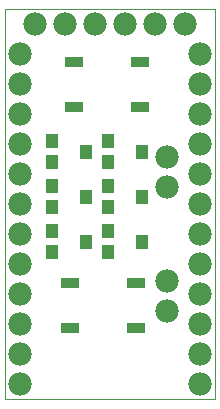
<source format=gts>
G75*
%MOIN*%
%OFA0B0*%
%FSLAX24Y24*%
%IPPOS*%
%LPD*%
%AMOC8*
5,1,8,0,0,1.08239X$1,22.5*
%
%ADD10C,0.0000*%
%ADD11C,0.0780*%
%ADD12R,0.0394X0.0473*%
%ADD13R,0.0640X0.0340*%
D10*
X000125Y000125D02*
X000125Y013121D01*
X007120Y013121D01*
X007120Y000125D01*
X000125Y000125D01*
D11*
X000625Y000625D03*
X000625Y001625D03*
X000625Y002625D03*
X000625Y003625D03*
X000625Y004625D03*
X000625Y005625D03*
X000625Y006625D03*
X000625Y007625D03*
X000625Y008625D03*
X000625Y009625D03*
X000625Y010625D03*
X000625Y011625D03*
X001125Y012625D03*
X002125Y012625D03*
X003125Y012625D03*
X004125Y012625D03*
X005125Y012625D03*
X006125Y012625D03*
X006625Y011625D03*
X006625Y010625D03*
X006625Y009625D03*
X006625Y008625D03*
X006625Y007625D03*
X006625Y006625D03*
X006625Y005625D03*
X006625Y004625D03*
X006625Y003625D03*
X006625Y002625D03*
X006625Y001625D03*
X006625Y000625D03*
X005500Y003063D03*
X005500Y004063D03*
X005500Y007188D03*
X005500Y008188D03*
D12*
X004696Y008375D03*
X003554Y008017D03*
X003554Y008733D03*
X002821Y008375D03*
X003554Y007233D03*
X003554Y006517D03*
X003554Y005733D03*
X003554Y005017D03*
X002821Y005375D03*
X002821Y006875D03*
X001679Y006517D03*
X001679Y007233D03*
X001679Y008017D03*
X001679Y008733D03*
X001679Y005733D03*
X001679Y005017D03*
X004696Y005375D03*
X004696Y006875D03*
D13*
X004475Y004000D03*
X004475Y002500D03*
X002275Y002500D03*
X002275Y004000D03*
X002400Y009875D03*
X002400Y011375D03*
X004600Y011375D03*
X004600Y009875D03*
M02*

</source>
